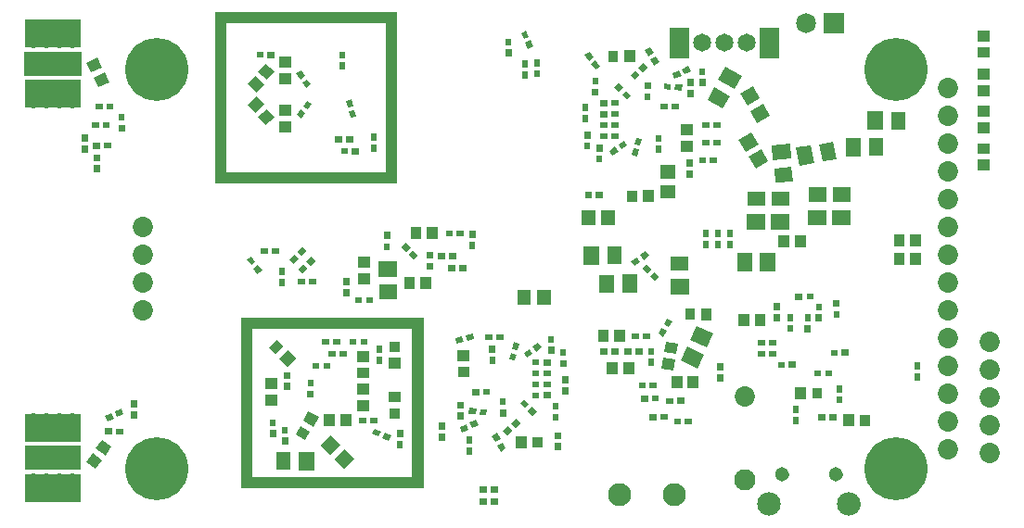
<source format=gbs>
G04 start of page 9 for group -4062 idx -4062 *
G04 Title: v2_0, soldermask *
G04 Creator: pcb 4.2.0 *
G04 CreationDate: Sun Sep 29 12:02:10 2019 UTC *
G04 For: user *
G04 Format: Gerber/RS-274X *
G04 PCB-Dimensions (mm): 140.00 90.00 *
G04 PCB-Coordinate-Origin: lower left *
%MOMM*%
%FSLAX43Y43*%
%LNGBS*%
%ADD137C,1.950*%
%ADD136C,1.100*%
%ADD135C,5.750*%
%ADD134C,2.152*%
%ADD133C,2.102*%
%ADD132C,1.302*%
%ADD131C,1.952*%
%ADD130C,1.552*%
%ADD129C,1.826*%
%ADD128C,0.002*%
%ADD127C,0.852*%
%ADD126C,1.652*%
%ADD125C,1.852*%
G54D125*X103700Y63300D03*
Y60750D03*
Y58200D03*
Y55700D03*
Y53150D03*
Y50600D03*
G54D126*X85300Y67400D03*
X83300D03*
X81300D03*
G54D127*X87400D03*
G54D128*G36*
X92387Y70113D02*Y68287D01*
X94213D01*
Y70113D01*
X92387D01*
G37*
G54D129*X90760Y69200D03*
G54D127*X79200Y67400D03*
G54D130*X22600Y68800D03*
Y67700D03*
X23800Y68800D03*
Y67700D03*
X20200Y68800D03*
Y67700D03*
X21400Y68800D03*
Y67700D03*
X20200Y63300D03*
Y62200D03*
X21400Y63300D03*
X22600D03*
X23800D03*
X21400Y62200D03*
X22600D03*
X23800D03*
G54D125*X30200Y50600D03*
Y48050D03*
Y45500D03*
Y43000D03*
X103700Y48050D03*
Y45500D03*
X85200Y35100D03*
G54D131*Y27500D03*
G54D132*X88550Y28000D03*
X93450D03*
G54D125*X103700Y43000D03*
Y40450D03*
Y37900D03*
Y35350D03*
Y32800D03*
Y30250D03*
G54D133*X78700Y26100D03*
G54D134*X87350Y25300D03*
X94650D03*
G54D133*X73700Y26100D03*
G54D125*X107500Y35000D03*
Y37550D03*
Y40100D03*
Y32500D03*
Y29950D03*
G54D130*X23800Y26200D03*
Y27300D03*
X22600Y26200D03*
Y27300D03*
X21400Y26200D03*
Y27300D03*
X20200Y26200D03*
Y27300D03*
X23800Y31700D03*
Y32800D03*
X22600Y31700D03*
Y32800D03*
X21400Y31700D03*
Y32800D03*
X20200Y31700D03*
Y32800D03*
G54D135*X31500Y28500D03*
X99000Y65000D03*
Y28500D03*
X31500Y65000D03*
G54D128*G36*
X101179Y38229D02*X100621D01*
Y37571D01*
X101179D01*
Y38229D01*
G37*
G36*
Y37229D02*X100621D01*
Y36571D01*
X101179D01*
Y37229D01*
G37*
G36*
X101250Y48250D02*X100250D01*
Y47150D01*
X101250D01*
Y48250D01*
G37*
G36*
X99750D02*X98750D01*
Y47150D01*
X99750D01*
Y48250D01*
G37*
G36*
X101250Y49950D02*X100250D01*
Y48850D01*
X101250D01*
Y49950D01*
G37*
G36*
X99750D02*X98750D01*
Y48850D01*
X99750D01*
Y49950D01*
G37*
G36*
X88196Y38254D02*Y37746D01*
X88804D01*
Y38254D01*
X88196D01*
G37*
G36*
X87371Y39279D02*Y38721D01*
X88029D01*
Y39279D01*
X87371D01*
G37*
G36*
X87950Y48250D02*X86550D01*
Y46550D01*
X87950D01*
Y48250D01*
G37*
G36*
X86371Y39279D02*Y38721D01*
X87029D01*
Y39279D01*
X86371D01*
G37*
G36*
X87371Y40279D02*Y39721D01*
X88029D01*
Y40279D01*
X87371D01*
G37*
G36*
X89579Y42629D02*X89021D01*
Y41971D01*
X89579D01*
Y42629D01*
G37*
G36*
X89554Y41604D02*X89046D01*
Y40996D01*
X89554D01*
Y41604D01*
G37*
G36*
X86371Y40279D02*Y39721D01*
X87029D01*
Y40279D01*
X86371D01*
G37*
G36*
X94079Y35129D02*X93521D01*
Y34471D01*
X94079D01*
Y35129D01*
G37*
G36*
Y36129D02*X93521D01*
Y35471D01*
X94079D01*
Y36129D01*
G37*
G36*
X93971Y39379D02*Y38821D01*
X94629D01*
Y39379D01*
X93971D01*
G37*
G36*
X95150Y33450D02*X94150D01*
Y32350D01*
X95150D01*
Y33450D01*
G37*
G36*
X96600Y33400D02*X95700D01*
Y32400D01*
X96600D01*
Y33400D01*
G37*
G36*
X93754Y42904D02*X93246D01*
Y42296D01*
X93754D01*
Y42904D01*
G37*
G36*
X93779Y43929D02*X93221D01*
Y43271D01*
X93779D01*
Y43929D01*
G37*
G36*
X89171Y38279D02*Y37721D01*
X89829D01*
Y38279D01*
X89171D01*
G37*
G36*
X90750Y35950D02*X89750D01*
Y34850D01*
X90750D01*
Y35950D01*
G37*
G36*
X92996Y39354D02*Y38846D01*
X93604D01*
Y39354D01*
X92996D01*
G37*
G36*
X91471Y37479D02*Y36921D01*
X92129D01*
Y37479D01*
X91471D01*
G37*
G36*
X92496Y37454D02*Y36946D01*
X93104D01*
Y37454D01*
X92496D01*
G37*
G36*
X92200Y35900D02*X91300D01*
Y34900D01*
X92200D01*
Y35900D01*
G37*
G36*
X90079Y34229D02*X89521D01*
Y33571D01*
X90079D01*
Y34229D01*
G37*
G36*
Y33229D02*X89521D01*
Y32571D01*
X90079D01*
Y33229D01*
G37*
G36*
X92871Y33479D02*Y32921D01*
X93529D01*
Y33479D01*
X92871D01*
G37*
G36*
X91871D02*Y32921D01*
X92529D01*
Y33479D01*
X91871D01*
G37*
G54D136*X88500Y28000D02*X88600D01*
X93400D02*X93500D01*
G54D137*X87300Y25300D02*X87400D01*
X94600D02*X94700D01*
G54D128*G36*
X88379Y43629D02*X87821D01*
Y42971D01*
X88379D01*
Y43629D01*
G37*
G36*
Y42629D02*X87821D01*
Y41971D01*
X88379D01*
Y42629D01*
G37*
G36*
X85550Y42650D02*X84550D01*
Y41550D01*
X85550D01*
Y42650D01*
G37*
G36*
X87050D02*X86050D01*
Y41550D01*
X87050D01*
Y42650D01*
G37*
G36*
X91154Y42604D02*X90646D01*
Y41996D01*
X91154D01*
Y42604D01*
G37*
G36*
X92154Y43604D02*X91646D01*
Y42996D01*
X92154D01*
Y43604D01*
G37*
G36*
X92179Y42629D02*X91621D01*
Y41971D01*
X92179D01*
Y42629D01*
G37*
G36*
X91179Y41629D02*X90621D01*
Y40971D01*
X91179D01*
Y41629D01*
G37*
G36*
X83179Y38129D02*X82621D01*
Y37471D01*
X83179D01*
Y38129D01*
G37*
G36*
Y37129D02*X82621D01*
Y36471D01*
X83179D01*
Y37129D01*
G37*
G36*
X76471Y36379D02*Y35821D01*
X77129D01*
Y36379D01*
X76471D01*
G37*
G36*
X75496Y36354D02*Y35846D01*
X76104D01*
Y36354D01*
X75496D01*
G37*
G36*
X76879Y38529D02*X76321D01*
Y37871D01*
X76879D01*
Y38529D01*
G37*
G36*
Y39529D02*X76321D01*
Y38871D01*
X76879D01*
Y39529D01*
G37*
G36*
X76918Y46441D02*X76559Y46082D01*
X76989Y45652D01*
X77348Y46011D01*
X76918Y46441D01*
G37*
G36*
X76211Y47183D02*X75817Y46789D01*
X76282Y46324D01*
X76676Y46718D01*
X76211Y47183D01*
G37*
G36*
X76439Y47947D02*X76119Y48404D01*
X75580Y48027D01*
X75900Y47570D01*
X76439Y47947D01*
G37*
G36*
X75620Y47373D02*X75300Y47830D01*
X74761Y47453D01*
X75081Y46996D01*
X75620Y47373D01*
G37*
G36*
X75050Y38250D02*X74050D01*
Y37150D01*
X75050D01*
Y38250D01*
G37*
G36*
X75671Y35179D02*Y34621D01*
X76329D01*
Y35179D01*
X75671D01*
G37*
G36*
X76696Y35154D02*Y34646D01*
X77304D01*
Y35154D01*
X76696D01*
G37*
G36*
X73550Y38250D02*X72550D01*
Y37150D01*
X73550D01*
Y38250D01*
G37*
G36*
X72971Y39479D02*Y38921D01*
X73629D01*
Y39479D01*
X72971D01*
G37*
G36*
X71971D02*Y38921D01*
X72629D01*
Y39479D01*
X71971D01*
G37*
G36*
X72750Y41150D02*X71750D01*
Y40050D01*
X72750D01*
Y41150D01*
G37*
G36*
X74250D02*X73250D01*
Y40050D01*
X74250D01*
Y41150D01*
G37*
G36*
X74171Y39479D02*Y38921D01*
X74829D01*
Y39479D01*
X74171D01*
G37*
G36*
X75171D02*Y38921D01*
X75829D01*
Y39479D01*
X75171D01*
G37*
G36*
X74871Y40879D02*Y40321D01*
X75529D01*
Y40879D01*
X74871D01*
G37*
G36*
X75871D02*Y40321D01*
X76529D01*
Y40879D01*
X75871D01*
G37*
G36*
X79671Y33079D02*Y32521D01*
X80329D01*
Y33079D01*
X79671D01*
G37*
G36*
X80769Y41545D02*X80178Y40276D01*
X81719Y39558D01*
X82310Y40827D01*
X80769Y41545D01*
G37*
G36*
X80600Y43100D02*X79700D01*
Y42100D01*
X80600D01*
Y43100D01*
G37*
G36*
X82150Y43150D02*X81150D01*
Y42050D01*
X82150D01*
Y43150D01*
G37*
G36*
X80950Y36950D02*X79950D01*
Y35850D01*
X80950D01*
Y36950D01*
G37*
G36*
X79450D02*X78450D01*
Y35850D01*
X79450D01*
Y36950D01*
G37*
G36*
X78971Y34979D02*Y34421D01*
X79629D01*
Y34979D01*
X78971D01*
G37*
G36*
X77996Y34954D02*Y34446D01*
X78604D01*
Y34954D01*
X77996D01*
G37*
G36*
X77976Y40127D02*X77802Y39142D01*
X78885Y38951D01*
X79059Y39935D01*
X77976Y40127D01*
G37*
G36*
X78056Y41113D02*X77573Y41391D01*
X77244Y40821D01*
X77727Y40543D01*
X78056Y41113D01*
G37*
G36*
X78522Y41969D02*X78082Y42223D01*
X77778Y41697D01*
X78218Y41443D01*
X78522Y41969D01*
G37*
G36*
X77715Y38649D02*X77541Y37665D01*
X78624Y37473D01*
X78798Y38458D01*
X77715Y38649D01*
G37*
G36*
X79881Y39642D02*X79290Y38373D01*
X80831Y37655D01*
X81422Y38924D01*
X79881Y39642D01*
G37*
G36*
X78696Y33054D02*Y32546D01*
X79304D01*
Y33054D01*
X78696D01*
G37*
G36*
X77496Y33454D02*Y32946D01*
X78104D01*
Y33454D01*
X77496D01*
G37*
G36*
X76471Y33479D02*Y32921D01*
X77129D01*
Y33479D01*
X76471D01*
G37*
G36*
X71525Y52125D02*X70275D01*
Y50775D01*
X71525D01*
Y52125D01*
G37*
G36*
X73325D02*X72075D01*
Y50775D01*
X73325D01*
Y52125D01*
G37*
G36*
X93150Y52150D02*Y50750D01*
X94850D01*
Y52150D01*
X93150D01*
G37*
G36*
X93200Y54200D02*Y52900D01*
X94800D01*
Y54200D01*
X93200D01*
G37*
G36*
X90950Y52150D02*Y50750D01*
X92650D01*
Y52150D01*
X90950D01*
G37*
G36*
X91000Y54200D02*Y52900D01*
X92600D01*
Y54200D01*
X91000D01*
G37*
G36*
X89771Y44479D02*Y43921D01*
X90429D01*
Y44479D01*
X89771D01*
G37*
G36*
X90750Y49850D02*X89750D01*
Y48750D01*
X90750D01*
Y49850D01*
G37*
G36*
X89250D02*X88250D01*
Y48750D01*
X89250D01*
Y49850D01*
G37*
G36*
X90796Y44454D02*Y43946D01*
X91404D01*
Y44454D01*
X90796D01*
G37*
G36*
X85350Y51750D02*Y50350D01*
X87050D01*
Y51750D01*
X85350D01*
G37*
G36*
X85400Y53800D02*Y52500D01*
X87000D01*
Y53800D01*
X85400D01*
G37*
G36*
X87550Y51750D02*Y50350D01*
X89250D01*
Y51750D01*
X87550D01*
G37*
G36*
X87600Y53800D02*Y52500D01*
X89200D01*
Y53800D01*
X87600D01*
G37*
G36*
X85850Y48250D02*X84450D01*
Y46550D01*
X85850D01*
Y48250D01*
G37*
G36*
X61471Y40779D02*Y40221D01*
X62129D01*
Y40779D01*
X61471D01*
G37*
G36*
X58950Y39350D02*Y38350D01*
X60050D01*
Y39350D01*
X58950D01*
G37*
G36*
X59000Y37800D02*Y36900D01*
X60000D01*
Y37800D01*
X59000D01*
G37*
G36*
X60473Y40345D02*X60329Y40884D01*
X59693Y40714D01*
X59837Y40175D01*
X60473Y40345D01*
G37*
G36*
X59507Y40086D02*X59363Y40625D01*
X58727Y40455D01*
X58871Y39916D01*
X59507Y40086D01*
G37*
G36*
X62379Y39729D02*X61821D01*
Y39071D01*
X62379D01*
Y39729D01*
G37*
G36*
X62354Y38704D02*X61846D01*
Y38096D01*
X62354D01*
Y38704D01*
G37*
G36*
X61296Y35754D02*Y35246D01*
X61904D01*
Y35754D01*
X61296D01*
G37*
G36*
X60271Y35779D02*Y35221D01*
X60929D01*
Y35779D01*
X60271D01*
G37*
G36*
X65011Y34848D02*X64652Y34489D01*
X65082Y34059D01*
X65441Y34418D01*
X65011Y34848D01*
G37*
G36*
X65718Y34176D02*X65324Y33782D01*
X65789Y33317D01*
X66183Y33711D01*
X65718Y34176D01*
G37*
G36*
X63379Y33929D02*X62821D01*
Y33271D01*
X63379D01*
Y33929D01*
G37*
G36*
X66700Y31400D02*X65800D01*
Y30400D01*
X66700D01*
Y31400D01*
G37*
G36*
X65250Y31450D02*X64250D01*
Y30350D01*
X65250D01*
Y31450D01*
G37*
G36*
X63027Y30891D02*X62544Y30613D01*
X62873Y30043D01*
X63356Y30321D01*
X63027Y30891D01*
G37*
G36*
X62527Y31757D02*X62044Y31479D01*
X62373Y30909D01*
X62856Y31187D01*
X62527Y31757D01*
G37*
G36*
X64714Y32619D02*X64356Y33047D01*
X63852Y32624D01*
X64210Y32196D01*
X64714Y32619D01*
G37*
G36*
X63948Y31976D02*X63590Y32404D01*
X63086Y31981D01*
X63444Y31553D01*
X63948Y31976D01*
G37*
G36*
X59479Y33629D02*X58921D01*
Y32971D01*
X59479D01*
Y33629D01*
G37*
G36*
X59963Y32075D02*X59727Y32580D01*
X59131Y32303D01*
X59366Y31797D01*
X59963Y32075D01*
G37*
G36*
X60869Y32497D02*X60634Y33003D01*
X60037Y32725D01*
X60273Y32220D01*
X60869Y32497D01*
G37*
G36*
X59479Y34629D02*X58921D01*
Y33971D01*
X59479D01*
Y34629D01*
G37*
G36*
X55825Y42325D02*X54775D01*
Y26675D01*
X55825D01*
Y42325D01*
G37*
G36*
X57779Y32729D02*X57221D01*
Y32071D01*
X57779D01*
Y32729D01*
G37*
G36*
Y31729D02*X57221D01*
Y31071D01*
X57779D01*
Y31729D01*
G37*
G36*
X61018Y33945D02*X60974Y33439D01*
X61579Y33386D01*
X61623Y33892D01*
X61018Y33945D01*
G37*
G36*
X61971Y25779D02*Y25221D01*
X62629D01*
Y25779D01*
X61971D01*
G37*
G36*
X60971D02*Y25221D01*
X61629D01*
Y25779D01*
X60971D01*
G37*
G36*
X61971Y26879D02*Y26321D01*
X62629D01*
Y26879D01*
X61971D01*
G37*
G36*
X60971D02*Y26321D01*
X61629D01*
Y26879D01*
X60971D01*
G37*
G36*
X59999Y34059D02*X59950Y33503D01*
X60606Y33446D01*
X60654Y34002D01*
X59999Y34059D01*
G37*
G36*
X60254Y30404D02*X59746D01*
Y29796D01*
X60254D01*
Y30404D01*
G37*
G36*
X60279Y31429D02*X59721D01*
Y30771D01*
X60279D01*
Y31429D01*
G37*
G36*
X51378Y32170D02*X51164Y31709D01*
X51715Y31453D01*
X51930Y31913D01*
X51378Y32170D01*
G37*
G36*
X52273Y31780D02*X52037Y31275D01*
X52634Y30997D01*
X52869Y31503D01*
X52273Y31780D01*
G37*
G36*
X42354Y33004D02*X41846D01*
Y32396D01*
X42354D01*
Y33004D01*
G37*
G36*
X42379Y32029D02*X41821D01*
Y31371D01*
X42379D01*
Y32029D01*
G37*
G36*
X43454Y32304D02*X42946D01*
Y31696D01*
X43454D01*
Y32304D01*
G37*
G36*
X43479Y31329D02*X42921D01*
Y30671D01*
X43479D01*
Y31329D01*
G37*
G36*
X44591Y32387D02*X44141Y31607D01*
X45007Y31107D01*
X45457Y31887D01*
X44591Y32387D01*
G37*
G36*
X45323Y33754D02*X44823Y32888D01*
X45775Y32338D01*
X46275Y33204D01*
X45323Y33754D01*
G37*
G36*
X50996Y33154D02*Y32646D01*
X51604D01*
Y33154D01*
X50996D01*
G37*
G36*
X49971Y33179D02*Y32621D01*
X50629D01*
Y33179D01*
X49971D01*
G37*
G36*
X49750Y34750D02*Y33750D01*
X50850D01*
Y34750D01*
X49750D01*
G37*
G36*
X53750Y34550D02*X53750Y35550D01*
X52650Y35550D01*
X52650Y34550D01*
X53750Y34550D01*
G37*
G36*
X52700Y34000D02*Y33100D01*
X53700D01*
Y34000D01*
X52700D01*
G37*
G36*
X49750Y36250D02*Y35250D01*
X50850D01*
Y36250D01*
X49750D01*
G37*
G36*
X53954Y31004D02*X53446D01*
Y30396D01*
X53954D01*
Y31004D01*
G37*
G36*
X53979Y32029D02*X53421D01*
Y31371D01*
X53979D01*
Y32029D01*
G37*
G36*
X39175Y27725D02*Y26675D01*
X55825D01*
Y27725D01*
X39175D01*
G37*
G36*
X40225Y42325D02*X39175D01*
Y26675D01*
X40225D01*
Y42325D01*
G37*
G36*
X41350Y35250D02*Y34250D01*
X42450D01*
Y35250D01*
X41350D01*
G37*
G36*
X43700Y30000D02*X42400D01*
Y28400D01*
X43700D01*
Y30000D01*
G37*
G36*
X41350Y36750D02*Y35750D01*
X42450D01*
Y36750D01*
X41350D01*
G37*
G36*
X43679Y37329D02*X43121D01*
Y36671D01*
X43679D01*
Y37329D01*
G37*
G36*
Y36329D02*X43121D01*
Y35671D01*
X43679D01*
Y36329D01*
G37*
G36*
X44173Y38605D02*X43466Y39312D01*
X42688Y38534D01*
X43395Y37827D01*
X44173Y38605D01*
G37*
G36*
X43041Y39666D02*X42405Y40302D01*
X41698Y39595D01*
X42334Y38959D01*
X43041Y39666D01*
G37*
G36*
X46696Y38154D02*Y37646D01*
X47304D01*
Y38154D01*
X46696D01*
G37*
G36*
X45671Y38179D02*Y37621D01*
X46329D01*
Y38179D01*
X45671D01*
G37*
G36*
X45779Y35629D02*X45221D01*
Y34971D01*
X45779D01*
Y35629D01*
G37*
G36*
X45754Y36604D02*X45246D01*
Y35996D01*
X45754D01*
Y36604D01*
G37*
G36*
X49750Y39250D02*Y38250D01*
X50850D01*
Y39250D01*
X49750D01*
G37*
G36*
X45850Y30050D02*X44450D01*
Y28350D01*
X45850D01*
Y30050D01*
G37*
G36*
X49250Y33450D02*X48250D01*
Y32350D01*
X49250D01*
Y33450D01*
G37*
G36*
X47750D02*X46750D01*
Y32350D01*
X47750D01*
Y33450D01*
G37*
G36*
X49520Y29407D02*X48635Y30289D01*
X47682Y29333D01*
X48567Y28450D01*
X49520Y29407D01*
G37*
G36*
X48248Y30676D02*X47365Y31562D01*
X46409Y30609D01*
X47291Y29723D01*
X48248Y30676D01*
G37*
G36*
X49750Y37750D02*Y36750D01*
X50850D01*
Y37750D01*
X49750D01*
G37*
G36*
X52079Y38729D02*X51521D01*
Y38071D01*
X52079D01*
Y38729D01*
G37*
G36*
Y39729D02*X51521D01*
Y39071D01*
X52079D01*
Y39729D01*
G37*
G36*
X52700Y40100D02*Y39200D01*
X53700D01*
Y40100D01*
X52700D01*
G37*
G36*
X52650Y38650D02*Y37650D01*
X53750D01*
Y38650D01*
X52650D01*
G37*
G36*
X41971Y48679D02*Y48121D01*
X42629D01*
Y48679D01*
X41971D01*
G37*
G36*
X40996Y48654D02*Y48146D01*
X41604D01*
Y48654D01*
X40996D01*
G37*
G36*
X52754Y49104D02*X52246D01*
Y48496D01*
X52754D01*
Y49104D01*
G37*
G36*
X52779Y50129D02*X52221D01*
Y49471D01*
X52779D01*
Y50129D01*
G37*
G36*
X49850Y46350D02*Y45350D01*
X50950D01*
Y46350D01*
X49850D01*
G37*
G36*
X51750Y47450D02*Y46050D01*
X53450D01*
Y47450D01*
X51750D01*
G37*
G36*
X51800Y45300D02*Y44000D01*
X53400D01*
Y45300D01*
X51800D01*
G37*
G36*
X54889Y48447D02*X54494Y48052D01*
X54960Y47587D01*
X55354Y47982D01*
X54889Y48447D01*
G37*
G36*
X54182Y49154D02*X53787Y48760D01*
X54252Y48294D01*
X54647Y48689D01*
X54182Y49154D01*
G37*
G36*
X49850Y47850D02*Y46850D01*
X50950D01*
Y47850D01*
X49850D01*
G37*
G36*
X55050Y46050D02*X54050D01*
Y44950D01*
X55050D01*
Y46050D01*
G37*
G36*
X56550D02*X55550D01*
Y44950D01*
X56550D01*
Y46050D01*
G37*
G36*
X40147Y47904D02*X39731Y47613D01*
X40080Y47115D01*
X40496Y47406D01*
X40147Y47904D01*
G37*
G36*
X40727Y47120D02*X40270Y46800D01*
X40647Y46261D01*
X41104Y46581D01*
X40727Y47120D01*
G37*
G36*
X43179Y46829D02*X42621D01*
Y46171D01*
X43179D01*
Y46829D01*
G37*
G36*
X44476Y47682D02*X44082Y48076D01*
X43617Y47611D01*
X44011Y47217D01*
X44476Y47682D01*
G37*
G36*
X45183Y48389D02*X44789Y48783D01*
X44324Y48318D01*
X44718Y47924D01*
X45183Y48389D01*
G37*
G36*
X45276Y46782D02*X44882Y47176D01*
X44417Y46711D01*
X44811Y46317D01*
X45276Y46782D01*
G37*
G36*
X45983Y47489D02*X45589Y47883D01*
X45124Y47418D01*
X45518Y47024D01*
X45983Y47489D01*
G37*
G36*
X57150Y50550D02*X56150D01*
Y49450D01*
X57150D01*
Y50550D01*
G37*
G36*
X55650D02*X54650D01*
Y49450D01*
X55650D01*
Y50550D01*
G37*
G36*
X60554Y49204D02*X60046D01*
Y48596D01*
X60554D01*
Y49204D01*
G37*
G36*
X60579Y50229D02*X60021D01*
Y49571D01*
X60579D01*
Y50229D01*
G37*
G36*
X58871Y50279D02*Y49721D01*
X59529D01*
Y50279D01*
X58871D01*
G37*
G36*
X57871D02*Y49721D01*
X58529D01*
Y50279D01*
X57871D01*
G37*
G36*
X57171Y48179D02*Y47621D01*
X57829D01*
Y48179D01*
X57171D01*
G37*
G36*
X58171D02*Y47621D01*
X58829D01*
Y48179D01*
X58171D01*
G37*
G36*
X56679Y48329D02*X56121D01*
Y47671D01*
X56679D01*
Y48329D01*
G37*
G36*
Y47329D02*X56121D01*
Y46671D01*
X56679D01*
Y47329D01*
G37*
G36*
X68379Y30829D02*X67821D01*
Y30171D01*
X68379D01*
Y30829D01*
G37*
G36*
Y31829D02*X67821D01*
Y31171D01*
X68379D01*
Y31829D01*
G37*
G36*
X68154Y33504D02*X67646D01*
Y32896D01*
X68154D01*
Y33504D01*
G37*
G36*
X68179Y34529D02*X67621D01*
Y33871D01*
X68179D01*
Y34529D01*
G37*
G36*
X62471Y40779D02*Y40221D01*
X63129D01*
Y40779D01*
X62471D01*
G37*
G36*
X67754Y40604D02*X67246D01*
Y39996D01*
X67754D01*
Y40604D01*
G37*
G36*
X67779Y39629D02*X67221D01*
Y38971D01*
X67779D01*
Y39629D01*
G37*
G36*
X65796Y38454D02*Y37946D01*
X66404D01*
Y38454D01*
X65796D01*
G37*
G36*
X66771Y38479D02*Y37921D01*
X67429D01*
Y38479D01*
X66771D01*
G37*
G36*
X65785Y38980D02*X65494Y39396D01*
X64996Y39047D01*
X65287Y38631D01*
X65785Y38980D01*
G37*
G36*
X66639Y39547D02*X66319Y40004D01*
X65780Y39627D01*
X66100Y39170D01*
X66639Y39547D01*
G37*
G36*
X64584Y39929D02*X64045Y40073D01*
X63875Y39437D01*
X64414Y39293D01*
X64584Y39929D01*
G37*
G36*
X64295Y38945D02*X63804Y39076D01*
X63646Y38489D01*
X64137Y38358D01*
X64295Y38945D01*
G37*
G36*
X67425Y44825D02*X66175D01*
Y43475D01*
X67425D01*
Y44825D01*
G37*
G36*
X65625D02*X64375D01*
Y43475D01*
X65625D01*
Y44825D01*
G37*
G36*
X39175Y42325D02*Y41275D01*
X55825D01*
Y42325D01*
X39175D01*
G37*
G36*
X47596Y40354D02*Y39846D01*
X48204D01*
Y40354D01*
X47596D01*
G37*
G36*
X46571Y40379D02*Y39821D01*
X47229D01*
Y40379D01*
X46571D01*
G37*
G36*
X48196Y39254D02*Y38746D01*
X48804D01*
Y39254D01*
X48196D01*
G37*
G36*
X47171Y39279D02*Y38721D01*
X47829D01*
Y39279D01*
X47171D01*
G37*
G36*
X49079Y45929D02*X48521D01*
Y45271D01*
X49079D01*
Y45929D01*
G37*
G36*
Y44929D02*X48521D01*
Y44271D01*
X49079D01*
Y44929D01*
G37*
G36*
X49096Y40354D02*Y39846D01*
X49704D01*
Y40354D01*
X49096D01*
G37*
G36*
X50071Y40379D02*Y39821D01*
X50729D01*
Y40379D01*
X50071D01*
G37*
G36*
X49571Y44179D02*Y43621D01*
X50229D01*
Y44179D01*
X49571D01*
G37*
G36*
X50596Y44154D02*Y43646D01*
X51204D01*
Y44154D01*
X50596D01*
G37*
G36*
X43179Y45829D02*X42621D01*
Y45171D01*
X43179D01*
Y45829D01*
G37*
G36*
X45371Y45879D02*Y45321D01*
X46029D01*
Y45879D01*
X45371D01*
G37*
G36*
X44371D02*Y45321D01*
X45029D01*
Y45879D01*
X44371D01*
G37*
G36*
X69079Y36929D02*X68521D01*
Y36271D01*
X69079D01*
Y36929D01*
G37*
G36*
Y35929D02*X68521D01*
Y35271D01*
X69079D01*
Y35929D01*
G37*
G36*
X68854Y39404D02*X68346D01*
Y38796D01*
X68854D01*
Y39404D01*
G37*
G36*
X68879Y38429D02*X68321D01*
Y37771D01*
X68879D01*
Y38429D01*
G37*
G36*
X65796Y36454D02*Y35946D01*
X66404D01*
Y36454D01*
X65796D01*
G37*
G36*
X66771Y37479D02*Y36921D01*
X67429D01*
Y37479D01*
X66771D01*
G37*
G36*
X65796Y37454D02*Y36946D01*
X66404D01*
Y37454D01*
X65796D01*
G37*
G36*
X66771Y36479D02*Y35921D01*
X67429D01*
Y36479D01*
X66771D01*
G37*
G36*
X65796Y35454D02*Y34946D01*
X66404D01*
Y35454D01*
X65796D01*
G37*
G36*
X66771Y35479D02*Y34921D01*
X67429D01*
Y35479D01*
X66771D01*
G37*
G36*
X63354Y34904D02*X62846D01*
Y34296D01*
X63354D01*
Y34904D01*
G37*
G36*
X19400Y66600D02*Y64400D01*
X24600D01*
Y66600D01*
X19400D01*
G37*
G36*
X19475Y64025D02*Y61475D01*
X24525D01*
Y64025D01*
X19475D01*
G37*
G36*
Y69525D02*Y66975D01*
X24525D01*
Y69525D01*
X19475D01*
G37*
G36*
X19425Y30575D02*Y28425D01*
X24575D01*
Y30575D01*
X19425D01*
G37*
G36*
X19475Y28025D02*Y25475D01*
X24525D01*
Y28025D01*
X19475D01*
G37*
G36*
Y33525D02*Y30975D01*
X24525D01*
Y33525D01*
X19475D01*
G37*
G36*
X25179Y58029D02*X24621D01*
Y57371D01*
X25179D01*
Y58029D01*
G37*
G36*
Y59029D02*X24621D01*
Y58371D01*
X25179D01*
Y59029D01*
G37*
G36*
X25671Y58279D02*Y57721D01*
X26329D01*
Y58279D01*
X25671D01*
G37*
G36*
X26696Y58254D02*Y57746D01*
X27304D01*
Y58254D01*
X26696D01*
G37*
G36*
X26279Y56229D02*X25721D01*
Y55571D01*
X26279D01*
Y56229D01*
G37*
G36*
Y57229D02*X25721D01*
Y56571D01*
X26279D01*
Y57229D01*
G37*
G36*
X25571Y60179D02*Y59621D01*
X26229D01*
Y60179D01*
X25571D01*
G37*
G36*
X26596Y60154D02*Y59646D01*
X27204D01*
Y60154D01*
X26596D01*
G37*
G36*
X25871Y61879D02*Y61321D01*
X26529D01*
Y61879D01*
X25871D01*
G37*
G36*
X26896Y61854D02*Y61346D01*
X27504D01*
Y61854D01*
X26896D01*
G37*
G36*
X28554Y60904D02*X28046D01*
Y60296D01*
X28554D01*
Y60904D01*
G37*
G36*
X28579Y59929D02*X28021D01*
Y59271D01*
X28579D01*
Y59929D01*
G37*
G36*
X27127Y63799D02*X26704Y64706D01*
X25707Y64241D01*
X26129Y63335D01*
X27127Y63799D01*
G37*
G36*
X26493Y65159D02*X26071Y66065D01*
X25073Y65601D01*
X25496Y64694D01*
X26493Y65159D01*
G37*
G36*
X26466Y31139D02*X25893Y30320D01*
X26794Y29689D01*
X27367Y30509D01*
X26466Y31139D01*
G37*
G36*
X25606Y29911D02*X25033Y29091D01*
X25934Y28461D01*
X26507Y29280D01*
X25606Y29911D01*
G37*
G36*
X26771Y32179D02*Y31621D01*
X27429D01*
Y32179D01*
X26771D01*
G37*
G36*
X27796Y32154D02*Y31646D01*
X28404D01*
Y32154D01*
X27796D01*
G37*
G36*
X29679Y33729D02*X29121D01*
Y33071D01*
X29679D01*
Y33729D01*
G37*
G36*
Y34729D02*X29121D01*
Y34071D01*
X29679D01*
Y34729D01*
G37*
G36*
X27563Y33075D02*X27327Y33580D01*
X26731Y33303D01*
X26966Y32797D01*
X27563Y33075D01*
G37*
G36*
X28469Y33497D02*X28234Y34003D01*
X27637Y33725D01*
X27873Y33220D01*
X28469Y33497D01*
G37*
G36*
X53425Y70225D02*X52375D01*
Y54575D01*
X53425D01*
Y70225D01*
G37*
G36*
X59071Y47079D02*Y46521D01*
X59729D01*
Y47079D01*
X59071D01*
G37*
G36*
X58071D02*Y46521D01*
X58729D01*
Y47079D01*
X58071D01*
G37*
G36*
X42650Y61750D02*Y60750D01*
X43750D01*
Y61750D01*
X42650D01*
G37*
G36*
Y60250D02*Y59250D01*
X43750D01*
Y60250D01*
X42650D01*
G37*
G36*
X42225Y60596D02*X41582Y61362D01*
X40739Y60655D01*
X41382Y59889D01*
X42225Y60596D01*
G37*
G36*
X45070Y61024D02*X44613Y61345D01*
X44235Y60806D01*
X44692Y60486D01*
X45070Y61024D01*
G37*
G36*
X45609Y61837D02*X45192Y62129D01*
X44844Y61631D01*
X45260Y61339D01*
X45609Y61837D01*
G37*
G36*
X45220Y64085D02*X44804Y63794D01*
X45153Y63296D01*
X45569Y63587D01*
X45220Y64085D01*
G37*
G36*
X49496Y61276D02*X49005Y61145D01*
X49163Y60558D01*
X49654Y60689D01*
X49496Y61276D01*
G37*
G36*
X49255Y62273D02*X48716Y62129D01*
X48886Y61493D01*
X49425Y61637D01*
X49255Y62273D01*
G37*
G36*
X48771Y58879D02*Y58321D01*
X49429D01*
Y58879D01*
X48771D01*
G37*
G36*
X47771D02*Y58321D01*
X48429D01*
Y58879D01*
X47771D01*
G37*
G36*
X51554Y59104D02*X51046D01*
Y58496D01*
X51554D01*
Y59104D01*
G37*
G36*
X51579Y58129D02*X51021D01*
Y57471D01*
X51579D01*
Y58129D01*
G37*
G36*
X48296Y57754D02*Y57246D01*
X48904D01*
Y57754D01*
X48296D01*
G37*
G36*
X49271Y57779D02*Y57221D01*
X49929D01*
Y57779D01*
X49271D01*
G37*
G36*
X36775Y55625D02*Y54575D01*
X53425D01*
Y55625D01*
X36775D01*
G37*
G36*
X37825Y70225D02*X36775D01*
Y54575D01*
X37825D01*
Y70225D01*
G37*
G36*
X40596Y66554D02*Y66046D01*
X41204D01*
Y66554D01*
X40596D01*
G37*
G36*
X40418Y64362D02*X39775Y63596D01*
X40618Y62889D01*
X41261Y63655D01*
X40418Y64362D01*
G37*
G36*
X41261Y61745D02*X40618Y62511D01*
X39775Y61804D01*
X40418Y61038D01*
X41261Y61745D01*
G37*
G36*
X41571Y66579D02*Y66021D01*
X42229D01*
Y66579D01*
X41571D01*
G37*
G36*
X42650Y64650D02*Y63650D01*
X43750D01*
Y64650D01*
X42650D01*
G37*
G36*
Y66150D02*Y65150D01*
X43750D01*
Y66150D01*
X42650D01*
G37*
G36*
X41382Y65511D02*X40739Y64745D01*
X41582Y64038D01*
X42225Y64804D01*
X41382Y65511D01*
G37*
G36*
X44653Y64939D02*X44196Y64619D01*
X44573Y64080D01*
X45030Y64400D01*
X44653Y64939D01*
G37*
G36*
X36775Y70225D02*Y69175D01*
X53425D01*
Y70225D01*
X36775D01*
G37*
G36*
X48654Y66604D02*X48146D01*
Y65996D01*
X48654D01*
Y66604D01*
G37*
G36*
X48679Y65629D02*X48121D01*
Y64971D01*
X48679D01*
Y65629D01*
G37*
G36*
X63879Y66829D02*X63321D01*
Y66171D01*
X63879D01*
Y66829D01*
G37*
G36*
X63854Y67804D02*X63346D01*
Y67196D01*
X63854D01*
Y67804D01*
G37*
G36*
X65379Y65829D02*X64821D01*
Y65171D01*
X65379D01*
Y65829D01*
G37*
G36*
X66479Y65929D02*X65921D01*
Y65271D01*
X66479D01*
Y65929D01*
G37*
G36*
X65616Y67662D02*X65111Y67427D01*
X65389Y66830D01*
X65894Y67066D01*
X65616Y67662D01*
G37*
G36*
X65182Y68536D02*X64721Y68321D01*
X64978Y67770D01*
X65439Y67985D01*
X65182Y68536D01*
G37*
G36*
X65379Y64829D02*X64821D01*
Y64171D01*
X65379D01*
Y64829D01*
G37*
G36*
X66479Y64929D02*X65921D01*
Y64271D01*
X66479D01*
Y64929D01*
G37*
G36*
X71754Y64204D02*X71246D01*
Y63596D01*
X71754D01*
Y64204D01*
G37*
G36*
X77579Y58029D02*X77021D01*
Y57371D01*
X77579D01*
Y58029D01*
G37*
G36*
X77554Y59004D02*X77046D01*
Y58396D01*
X77554D01*
Y59004D01*
G37*
G36*
X80379Y55729D02*X79821D01*
Y55071D01*
X80379D01*
Y55729D01*
G37*
G36*
X77475Y54425D02*Y53175D01*
X78825D01*
Y54425D01*
X77475D01*
G37*
G36*
Y56225D02*Y54975D01*
X78825D01*
Y56225D01*
X77475D01*
G37*
G36*
X80379Y56729D02*X79821D01*
Y56071D01*
X80379D01*
Y56729D01*
G37*
G36*
X79350Y58450D02*Y57450D01*
X80450D01*
Y58450D01*
X79350D01*
G37*
G36*
Y59950D02*Y58950D01*
X80450D01*
Y59950D01*
X79350D01*
G37*
G36*
X71971Y61179D02*Y60621D01*
X72629D01*
Y61179D01*
X71971D01*
G37*
G36*
X70879Y60829D02*X70321D01*
Y60171D01*
X70879D01*
Y60829D01*
G37*
G36*
Y61829D02*X70321D01*
Y61171D01*
X70879D01*
Y61829D01*
G37*
G36*
X71971Y62179D02*Y61621D01*
X72629D01*
Y62179D01*
X71971D01*
G37*
G36*
X71779Y63229D02*X71221D01*
Y62571D01*
X71779D01*
Y63229D01*
G37*
G36*
X70571Y53779D02*Y53221D01*
X71229D01*
Y53779D01*
X70571D01*
G37*
G36*
X71571D02*Y53221D01*
X72229D01*
Y53779D01*
X71571D01*
G37*
G36*
X71079Y59329D02*X70521D01*
Y58671D01*
X71079D01*
Y59329D01*
G37*
G36*
X71971Y60179D02*Y59621D01*
X72629D01*
Y60179D01*
X71971D01*
G37*
G36*
X72154Y57104D02*X71646D01*
Y56496D01*
X72154D01*
Y57104D01*
G37*
G36*
X72179Y58129D02*X71621D01*
Y57471D01*
X72179D01*
Y58129D01*
G37*
G36*
X71054Y58304D02*X70546D01*
Y57696D01*
X71054D01*
Y58304D01*
G37*
G36*
X71971Y59179D02*Y58621D01*
X72629D01*
Y59179D01*
X71971D01*
G37*
G36*
X72996Y61154D02*Y60646D01*
X73604D01*
Y61154D01*
X72996D01*
G37*
G36*
Y60154D02*Y59646D01*
X73604D01*
Y60154D01*
X72996D01*
G37*
G36*
X75525Y57663D02*X74986Y57807D01*
X74816Y57171D01*
X75355Y57027D01*
X75525Y57663D01*
G37*
G36*
X75754Y58611D02*X75263Y58742D01*
X75105Y58155D01*
X75596Y58024D01*
X75754Y58611D01*
G37*
G36*
X72996Y59154D02*Y58646D01*
X73604D01*
Y59154D01*
X72996D01*
G37*
G36*
X74404Y58053D02*X74113Y58469D01*
X73615Y58120D01*
X73906Y57704D01*
X74404Y58053D01*
G37*
G36*
X73620Y57473D02*X73300Y57930D01*
X72761Y57553D01*
X73081Y57096D01*
X73620Y57473D01*
G37*
G36*
X75300Y53900D02*X74400D01*
Y52900D01*
X75300D01*
Y53900D01*
G37*
G36*
X76850Y53950D02*X75850D01*
Y52850D01*
X76850D01*
Y53950D01*
G37*
G36*
X72996Y62154D02*Y61646D01*
X73604D01*
Y62154D01*
X72996D01*
G37*
G36*
X81971Y56979D02*Y56421D01*
X82629D01*
Y56979D01*
X81971D01*
G37*
G36*
X80996Y56954D02*Y56446D01*
X81604D01*
Y56954D01*
X80996D01*
G37*
G36*
X74318Y63041D02*X73959Y62682D01*
X74389Y62252D01*
X74748Y62611D01*
X74318Y63041D01*
G37*
G36*
X73611Y63783D02*X73217Y63389D01*
X73682Y62924D01*
X74076Y63318D01*
X73611Y63783D01*
G37*
G36*
X75150Y66750D02*X74150D01*
Y65650D01*
X75150D01*
Y66750D01*
G37*
G36*
X76527Y67057D02*X76044Y66779D01*
X76373Y66209D01*
X76856Y66487D01*
X76527Y67057D01*
G37*
G36*
X77027Y66191D02*X76544Y65913D01*
X76873Y65343D01*
X77356Y65621D01*
X77027Y66191D01*
G37*
G36*
X75513Y64479D02*X75187Y64869D01*
X74721Y64478D01*
X75047Y64089D01*
X75513Y64479D01*
G37*
G36*
X76314Y65119D02*X75956Y65547D01*
X75452Y65124D01*
X75810Y64696D01*
X76314Y65119D01*
G37*
G36*
X73600Y66700D02*X72700D01*
Y65700D01*
X73600D01*
Y66700D01*
G37*
G36*
X70996Y66621D02*X70539Y66301D01*
X70916Y65762D01*
X71373Y66082D01*
X70996Y66621D01*
G37*
G36*
X71569Y65802D02*X71112Y65482D01*
X71490Y64943D01*
X71947Y65263D01*
X71569Y65802D01*
G37*
G36*
X77496Y61854D02*Y61346D01*
X78104D01*
Y61854D01*
X77496D01*
G37*
G36*
X78471Y61879D02*Y61321D01*
X79129D01*
Y61879D01*
X78471D01*
G37*
G36*
X80479Y63129D02*X79921D01*
Y62471D01*
X80479D01*
Y63129D01*
G37*
G36*
X82389Y63356D02*X81739Y62230D01*
X83125Y61430D01*
X83775Y62556D01*
X82389Y63356D01*
G37*
G36*
X77821Y63714D02*X77777Y63208D01*
X78382Y63155D01*
X78426Y63661D01*
X77821Y63714D01*
G37*
G36*
X78794Y63654D02*X78746Y63098D01*
X79401Y63041D01*
X79450Y63597D01*
X78794Y63654D01*
G37*
G36*
X88300Y68800D02*X86500D01*
Y66000D01*
X88300D01*
Y68800D01*
G37*
G36*
X80100D02*X78300D01*
Y66000D01*
X80100D01*
Y68800D01*
G37*
G36*
X80479Y64129D02*X79921D01*
Y63471D01*
X80479D01*
Y64129D01*
G37*
G36*
X80269Y64797D02*X80034Y65303D01*
X79437Y65025D01*
X79673Y64520D01*
X80269Y64797D01*
G37*
G36*
X79363Y64375D02*X79127Y64880D01*
X78531Y64603D01*
X78766Y64097D01*
X79363Y64375D01*
G37*
G36*
X81554Y65104D02*X81046D01*
Y64496D01*
X81554D01*
Y65104D01*
G37*
G36*
X81579Y64129D02*X81021D01*
Y63471D01*
X81579D01*
Y64129D01*
G37*
G36*
X83420Y65242D02*X82721Y64030D01*
X84193Y63180D01*
X84893Y64393D01*
X83420Y65242D01*
G37*
G36*
X82271Y60179D02*Y59621D01*
X82929D01*
Y60179D01*
X82271D01*
G37*
G36*
X81296Y60154D02*Y59646D01*
X81904D01*
Y60154D01*
X81296D01*
G37*
G36*
X82271Y58579D02*Y58021D01*
X82929D01*
Y58579D01*
X82271D01*
G37*
G36*
X81296Y58554D02*Y58046D01*
X81904D01*
Y58554D01*
X81296D01*
G37*
G36*
X86404Y58152D02*X85778Y59234D01*
X84609Y58557D01*
X85236Y57475D01*
X86404Y58152D01*
G37*
G36*
X87454Y60778D02*X86829Y61861D01*
X85660Y61187D01*
X86284Y60104D01*
X87454Y60778D01*
G37*
G36*
X86554Y62337D02*X85929Y63420D01*
X84760Y62745D01*
X85385Y61662D01*
X86554Y62337D01*
G37*
G36*
X73900Y48800D02*X72600D01*
Y47200D01*
X73900D01*
Y48800D01*
G37*
G36*
X71850Y48850D02*X70450D01*
Y47150D01*
X71850D01*
Y48850D01*
G37*
G36*
X73200Y46200D02*X71900D01*
Y44600D01*
X73200D01*
Y46200D01*
G37*
G36*
X75350Y46250D02*X73950D01*
Y44550D01*
X75350D01*
Y46250D01*
G37*
G36*
X78350Y45850D02*Y44450D01*
X80050D01*
Y45850D01*
X78350D01*
G37*
G36*
X78400Y47900D02*Y46600D01*
X80000D01*
Y47900D01*
X78400D01*
G37*
G36*
X84079Y49329D02*X83521D01*
Y48671D01*
X84079D01*
Y49329D01*
G37*
G36*
Y50329D02*X83521D01*
Y49671D01*
X84079D01*
Y50329D01*
G37*
G36*
X82979Y49329D02*X82421D01*
Y48671D01*
X82979D01*
Y49329D01*
G37*
G36*
Y50329D02*X82421D01*
Y49671D01*
X82979D01*
Y50329D01*
G37*
G36*
X81879Y49329D02*X81321D01*
Y48671D01*
X81879D01*
Y49329D01*
G37*
G36*
Y50329D02*X81321D01*
Y49671D01*
X81879D01*
Y50329D01*
G37*
G36*
X106450Y68550D02*Y67550D01*
X107550D01*
Y68550D01*
X106450D01*
G37*
G36*
Y67050D02*Y66050D01*
X107550D01*
Y67050D01*
X106450D01*
G37*
G36*
Y65050D02*Y64050D01*
X107550D01*
Y65050D01*
X106450D01*
G37*
G36*
X76554Y62804D02*X76046D01*
Y62196D01*
X76554D01*
Y62804D01*
G37*
G36*
X76579Y63829D02*X76021D01*
Y63171D01*
X76579D01*
Y63829D01*
G37*
G36*
X106450Y63550D02*Y62550D01*
X107550D01*
Y63550D01*
X106450D01*
G37*
G36*
Y61650D02*Y60650D01*
X107550D01*
Y61650D01*
X106450D01*
G37*
G36*
Y60150D02*Y59150D01*
X107550D01*
Y60150D01*
X106450D01*
G37*
G36*
Y56750D02*Y55750D01*
X107550D01*
Y56750D01*
X106450D01*
G37*
G36*
Y58250D02*Y57250D01*
X107550D01*
Y58250D01*
X106450D01*
G37*
G36*
X95750Y58750D02*X94350D01*
Y57050D01*
X95750D01*
Y58750D01*
G37*
G36*
X97800Y58700D02*X96500D01*
Y57100D01*
X97800D01*
Y58700D01*
G37*
G36*
X97750Y61150D02*X96350D01*
Y59450D01*
X97750D01*
Y61150D01*
G37*
G36*
X99800Y61100D02*X98500D01*
Y59500D01*
X99800D01*
Y61100D01*
G37*
G36*
X91208Y58076D02*X89829Y57833D01*
X90124Y56159D01*
X91503Y56402D01*
X91208Y58076D01*
G37*
G36*
X93236Y58383D02*X91955Y58158D01*
X92232Y56582D01*
X93513Y56807D01*
X93236Y58383D01*
G37*
G36*
X89416Y56823D02*X89294Y58217D01*
X87601Y58069D01*
X87723Y56675D01*
X89416Y56823D01*
G37*
G36*
X89545Y54776D02*X89432Y56071D01*
X87838Y55932D01*
X87951Y54637D01*
X89545Y54776D01*
G37*
G36*
X87304Y56592D02*X86679Y57674D01*
X85510Y56999D01*
X86135Y55917D01*
X87304Y56592D01*
G37*
M02*

</source>
